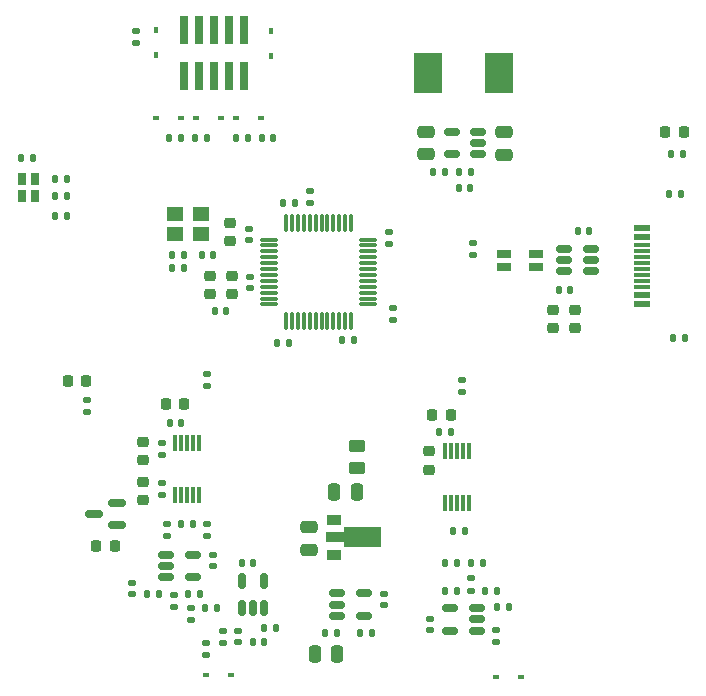
<source format=gbr>
%TF.GenerationSoftware,KiCad,Pcbnew,(6.0.9)*%
%TF.CreationDate,2022-11-20T17:42:03-05:00*%
%TF.ProjectId,Nemesis-MixSigPCB,4e656d65-7369-4732-9d4d-697853696750,rev?*%
%TF.SameCoordinates,Original*%
%TF.FileFunction,Paste,Top*%
%TF.FilePolarity,Positive*%
%FSLAX46Y46*%
G04 Gerber Fmt 4.6, Leading zero omitted, Abs format (unit mm)*
G04 Created by KiCad (PCBNEW (6.0.9)) date 2022-11-20 17:42:03*
%MOMM*%
%LPD*%
G01*
G04 APERTURE LIST*
G04 Aperture macros list*
%AMRoundRect*
0 Rectangle with rounded corners*
0 $1 Rounding radius*
0 $2 $3 $4 $5 $6 $7 $8 $9 X,Y pos of 4 corners*
0 Add a 4 corners polygon primitive as box body*
4,1,4,$2,$3,$4,$5,$6,$7,$8,$9,$2,$3,0*
0 Add four circle primitives for the rounded corners*
1,1,$1+$1,$2,$3*
1,1,$1+$1,$4,$5*
1,1,$1+$1,$6,$7*
1,1,$1+$1,$8,$9*
0 Add four rect primitives between the rounded corners*
20,1,$1+$1,$2,$3,$4,$5,0*
20,1,$1+$1,$4,$5,$6,$7,0*
20,1,$1+$1,$6,$7,$8,$9,0*
20,1,$1+$1,$8,$9,$2,$3,0*%
%AMFreePoly0*
4,1,9,3.862500,-0.866500,0.737500,-0.866500,0.737500,-0.450000,-0.737500,-0.450000,-0.737500,0.450000,0.737500,0.450000,0.737500,0.866500,3.862500,0.866500,3.862500,-0.866500,3.862500,-0.866500,$1*%
G04 Aperture macros list end*
%ADD10RoundRect,0.140000X-0.170000X0.140000X-0.170000X-0.140000X0.170000X-0.140000X0.170000X0.140000X0*%
%ADD11RoundRect,0.135000X0.185000X-0.135000X0.185000X0.135000X-0.185000X0.135000X-0.185000X-0.135000X0*%
%ADD12RoundRect,0.147500X0.147500X0.172500X-0.147500X0.172500X-0.147500X-0.172500X0.147500X-0.172500X0*%
%ADD13RoundRect,0.135000X-0.185000X0.135000X-0.185000X-0.135000X0.185000X-0.135000X0.185000X0.135000X0*%
%ADD14RoundRect,0.135000X0.135000X0.185000X-0.135000X0.185000X-0.135000X-0.185000X0.135000X-0.185000X0*%
%ADD15R,2.350000X3.500000*%
%ADD16RoundRect,0.135000X-0.135000X-0.185000X0.135000X-0.185000X0.135000X0.185000X-0.135000X0.185000X0*%
%ADD17RoundRect,0.150000X-0.512500X-0.150000X0.512500X-0.150000X0.512500X0.150000X-0.512500X0.150000X0*%
%ADD18RoundRect,0.140000X-0.140000X-0.170000X0.140000X-0.170000X0.140000X0.170000X-0.140000X0.170000X0*%
%ADD19R,1.400000X1.200000*%
%ADD20RoundRect,0.225000X-0.250000X0.225000X-0.250000X-0.225000X0.250000X-0.225000X0.250000X0.225000X0*%
%ADD21RoundRect,0.250000X-0.475000X0.250000X-0.475000X-0.250000X0.475000X-0.250000X0.475000X0.250000X0*%
%ADD22RoundRect,0.250000X0.450000X-0.262500X0.450000X0.262500X-0.450000X0.262500X-0.450000X-0.262500X0*%
%ADD23R,0.450000X0.600000*%
%ADD24RoundRect,0.150000X0.512500X0.150000X-0.512500X0.150000X-0.512500X-0.150000X0.512500X-0.150000X0*%
%ADD25RoundRect,0.140000X0.170000X-0.140000X0.170000X0.140000X-0.170000X0.140000X-0.170000X-0.140000X0*%
%ADD26R,0.600000X0.450000*%
%ADD27RoundRect,0.140000X0.140000X0.170000X-0.140000X0.170000X-0.140000X-0.170000X0.140000X-0.170000X0*%
%ADD28R,1.200000X0.700000*%
%ADD29RoundRect,0.250000X0.250000X0.475000X-0.250000X0.475000X-0.250000X-0.475000X0.250000X-0.475000X0*%
%ADD30RoundRect,0.225000X0.250000X-0.225000X0.250000X0.225000X-0.250000X0.225000X-0.250000X-0.225000X0*%
%ADD31RoundRect,0.150000X0.587500X0.150000X-0.587500X0.150000X-0.587500X-0.150000X0.587500X-0.150000X0*%
%ADD32R,1.300000X0.900000*%
%ADD33FreePoly0,0.000000*%
%ADD34RoundRect,0.218750X0.218750X0.256250X-0.218750X0.256250X-0.218750X-0.256250X0.218750X-0.256250X0*%
%ADD35R,0.800000X1.000000*%
%ADD36R,0.740000X2.400000*%
%ADD37RoundRect,0.150000X0.150000X-0.512500X0.150000X0.512500X-0.150000X0.512500X-0.150000X-0.512500X0*%
%ADD38RoundRect,0.250000X0.475000X-0.250000X0.475000X0.250000X-0.475000X0.250000X-0.475000X-0.250000X0*%
%ADD39RoundRect,0.075000X-0.662500X-0.075000X0.662500X-0.075000X0.662500X0.075000X-0.662500X0.075000X0*%
%ADD40RoundRect,0.075000X-0.075000X-0.662500X0.075000X-0.662500X0.075000X0.662500X-0.075000X0.662500X0*%
%ADD41RoundRect,0.225000X0.225000X0.250000X-0.225000X0.250000X-0.225000X-0.250000X0.225000X-0.250000X0*%
%ADD42R,0.300000X1.450000*%
%ADD43R,1.450000X0.600000*%
%ADD44R,1.450000X0.300000*%
G04 APERTURE END LIST*
D10*
%TO.C,C203*%
X71370000Y-83670000D03*
X71370000Y-84630000D03*
%TD*%
D11*
%TO.C,R405*%
X80450000Y-118390000D03*
X80450000Y-117370000D03*
%TD*%
D12*
%TO.C,L200*%
X57622500Y-90330000D03*
X56652500Y-90330000D03*
%TD*%
D13*
%TO.C,R204*%
X78552157Y-84612157D03*
X78552157Y-85632157D03*
%TD*%
D14*
%TO.C,R205*%
X96452157Y-92622157D03*
X95432157Y-92622157D03*
%TD*%
D15*
%TO.C,L101*%
X74675000Y-70150000D03*
X80725000Y-70150000D03*
%TD*%
D16*
%TO.C,R103*%
X95300000Y-77010000D03*
X96320000Y-77010000D03*
%TD*%
D14*
%TO.C,R201*%
X54050000Y-86730000D03*
X53030000Y-86730000D03*
%TD*%
D17*
%TO.C,U102*%
X67012500Y-114250000D03*
X67012500Y-115200000D03*
X67012500Y-116150000D03*
X69287500Y-116150000D03*
X69287500Y-114250000D03*
%TD*%
D18*
%TO.C,C211*%
X40260000Y-77370000D03*
X41220000Y-77370000D03*
%TD*%
D13*
%TO.C,R400*%
X77550000Y-96180000D03*
X77550000Y-97200000D03*
%TD*%
D19*
%TO.C,Y200*%
X55507500Y-82090000D03*
X53307500Y-82090000D03*
X53307500Y-83790000D03*
X55507500Y-83790000D03*
%TD*%
D20*
%TO.C,C402*%
X74750000Y-102225000D03*
X74750000Y-103775000D03*
%TD*%
D18*
%TO.C,C212*%
X60620000Y-75710000D03*
X61580000Y-75710000D03*
%TD*%
D10*
%TO.C,C303*%
X54600000Y-115520000D03*
X54600000Y-116480000D03*
%TD*%
D16*
%TO.C,R105*%
X65990000Y-117620000D03*
X67010000Y-117620000D03*
%TD*%
D14*
%TO.C,R210*%
X53810000Y-75710000D03*
X52790000Y-75710000D03*
%TD*%
D21*
%TO.C,C104*%
X74500000Y-75150000D03*
X74500000Y-77050000D03*
%TD*%
D22*
%TO.C,R100*%
X68650000Y-103612500D03*
X68650000Y-101787500D03*
%TD*%
D11*
%TO.C,R403*%
X78350000Y-114000000D03*
X78350000Y-112980000D03*
%TD*%
D23*
%TO.C,D201*%
X61410000Y-66610000D03*
X61410000Y-68710000D03*
%TD*%
D24*
%TO.C,U101*%
X78975000Y-77050000D03*
X78975000Y-76100000D03*
X78975000Y-75150000D03*
X76700000Y-75150000D03*
X76700000Y-77050000D03*
%TD*%
D25*
%TO.C,C304*%
X49635000Y-114295000D03*
X49635000Y-113335000D03*
%TD*%
D11*
%TO.C,R200*%
X64730000Y-81210000D03*
X64730000Y-80190000D03*
%TD*%
D18*
%TO.C,C403*%
X78370000Y-111700000D03*
X79330000Y-111700000D03*
%TD*%
D26*
%TO.C,D205*%
X58450000Y-74010000D03*
X60550000Y-74010000D03*
%TD*%
D14*
%TO.C,R404*%
X80560000Y-114000000D03*
X79540000Y-114000000D03*
%TD*%
D11*
%TO.C,R308*%
X45810000Y-98910000D03*
X45810000Y-97890000D03*
%TD*%
D10*
%TO.C,C313*%
X52190000Y-101540000D03*
X52190000Y-102500000D03*
%TD*%
D20*
%TO.C,C100*%
X87147157Y-90217157D03*
X87147157Y-91767157D03*
%TD*%
D27*
%TO.C,C202*%
X68397500Y-92830000D03*
X67437500Y-92830000D03*
%TD*%
D28*
%TO.C,L201*%
X83817157Y-86582157D03*
X83817157Y-85482157D03*
X81167157Y-85482157D03*
X81167157Y-86582157D03*
%TD*%
D13*
%TO.C,R304*%
X53190000Y-114360000D03*
X53190000Y-115380000D03*
%TD*%
D25*
%TO.C,C205*%
X59637500Y-88410000D03*
X59637500Y-87450000D03*
%TD*%
D16*
%TO.C,R203*%
X61900000Y-93040000D03*
X62920000Y-93040000D03*
%TD*%
D12*
%TO.C,L100*%
X86732157Y-88592157D03*
X85762157Y-88592157D03*
%TD*%
D26*
%TO.C,D300*%
X55890000Y-121130000D03*
X57990000Y-121130000D03*
%TD*%
D29*
%TO.C,C107*%
X67010000Y-119380000D03*
X65110000Y-119380000D03*
%TD*%
D27*
%TO.C,C106*%
X78280000Y-79900000D03*
X77320000Y-79900000D03*
%TD*%
D25*
%TO.C,C406*%
X74850000Y-117380000D03*
X74850000Y-116420000D03*
%TD*%
D27*
%TO.C,C301*%
X60830000Y-118400000D03*
X59870000Y-118400000D03*
%TD*%
D14*
%TO.C,R207*%
X44130000Y-79120000D03*
X43110000Y-79120000D03*
%TD*%
D25*
%TO.C,C311*%
X52200000Y-105880000D03*
X52200000Y-104920000D03*
%TD*%
D26*
%TO.C,D400*%
X80450000Y-121300000D03*
X82550000Y-121300000D03*
%TD*%
D30*
%TO.C,C207*%
X56237500Y-88905000D03*
X56237500Y-87355000D03*
%TD*%
%TO.C,C310*%
X50600000Y-106375000D03*
X50600000Y-104825000D03*
%TD*%
D20*
%TO.C,C101*%
X85247157Y-90217157D03*
X85247157Y-91767157D03*
%TD*%
D10*
%TO.C,C108*%
X70950000Y-114270000D03*
X70950000Y-115230000D03*
%TD*%
D27*
%TO.C,C405*%
X77130000Y-114000000D03*
X76170000Y-114000000D03*
%TD*%
D14*
%TO.C,R212*%
X56010000Y-75710000D03*
X54990000Y-75710000D03*
%TD*%
D31*
%TO.C,U302*%
X48337500Y-108450000D03*
X48337500Y-106550000D03*
X46462500Y-107500000D03*
%TD*%
D26*
%TO.C,D202*%
X53810000Y-74010000D03*
X51710000Y-74010000D03*
%TD*%
D18*
%TO.C,C307*%
X53820000Y-108400000D03*
X54780000Y-108400000D03*
%TD*%
D32*
%TO.C,U100*%
X66750000Y-108000000D03*
D33*
X66837500Y-109500000D03*
D32*
X66750000Y-111000000D03*
%TD*%
D14*
%TO.C,R402*%
X77150000Y-111700000D03*
X76130000Y-111700000D03*
%TD*%
D25*
%TO.C,C300*%
X58650000Y-118380000D03*
X58650000Y-117420000D03*
%TD*%
D18*
%TO.C,C302*%
X58950000Y-111650000D03*
X59910000Y-111650000D03*
%TD*%
%TO.C,C404*%
X80560000Y-115410000D03*
X81520000Y-115410000D03*
%TD*%
D27*
%TO.C,C401*%
X76630000Y-100600000D03*
X75670000Y-100600000D03*
%TD*%
D11*
%TO.C,R211*%
X50000000Y-67620000D03*
X50000000Y-66600000D03*
%TD*%
D24*
%TO.C,U401*%
X78825000Y-117400000D03*
X78825000Y-116450000D03*
X78825000Y-115500000D03*
X76550000Y-115500000D03*
X76550000Y-117400000D03*
%TD*%
D27*
%TO.C,C314*%
X53780000Y-99800000D03*
X52820000Y-99800000D03*
%TD*%
D14*
%TO.C,R208*%
X44120000Y-82330000D03*
X43100000Y-82330000D03*
%TD*%
D18*
%TO.C,C210*%
X87402157Y-83572157D03*
X88362157Y-83572157D03*
%TD*%
D13*
%TO.C,R306*%
X52600000Y-108390000D03*
X52600000Y-109410000D03*
%TD*%
D16*
%TO.C,R302*%
X60840000Y-117180000D03*
X61860000Y-117180000D03*
%TD*%
D14*
%TO.C,R209*%
X44150000Y-80620000D03*
X43130000Y-80620000D03*
%TD*%
D27*
%TO.C,C208*%
X56507500Y-85570000D03*
X55547500Y-85570000D03*
%TD*%
D14*
%TO.C,R206*%
X96122157Y-80452157D03*
X95102157Y-80452157D03*
%TD*%
D11*
%TO.C,R202*%
X71760000Y-91070000D03*
X71760000Y-90050000D03*
%TD*%
D29*
%TO.C,C102*%
X68650000Y-105700000D03*
X66750000Y-105700000D03*
%TD*%
D34*
%TO.C,D100*%
X96377500Y-75150000D03*
X94802500Y-75150000D03*
%TD*%
D13*
%TO.C,R309*%
X56020000Y-95670000D03*
X56020000Y-96690000D03*
%TD*%
D18*
%TO.C,C305*%
X54420000Y-114300000D03*
X55380000Y-114300000D03*
%TD*%
%TO.C,C209*%
X53067500Y-85560000D03*
X54027500Y-85560000D03*
%TD*%
D14*
%TO.C,R213*%
X59500000Y-75710000D03*
X58480000Y-75710000D03*
%TD*%
D20*
%TO.C,C312*%
X50600000Y-101425000D03*
X50600000Y-102975000D03*
%TD*%
D35*
%TO.C,D200*%
X40290000Y-80620000D03*
X40290000Y-79120000D03*
X41390000Y-79120000D03*
X41390000Y-80620000D03*
%TD*%
D36*
%TO.C,J201*%
X59140000Y-66560000D03*
X59140000Y-70460000D03*
X57870000Y-66560000D03*
X57870000Y-70460000D03*
X56600000Y-66560000D03*
X56600000Y-70460000D03*
X55330000Y-66560000D03*
X55330000Y-70460000D03*
X54060000Y-66560000D03*
X54060000Y-70460000D03*
%TD*%
D25*
%TO.C,C201*%
X59587500Y-84310000D03*
X59587500Y-83350000D03*
%TD*%
D10*
%TO.C,C306*%
X56500000Y-110960000D03*
X56500000Y-111920000D03*
%TD*%
D13*
%TO.C,R300*%
X55890000Y-118410000D03*
X55890000Y-119430000D03*
%TD*%
D37*
%TO.C,U300*%
X58950000Y-115437500D03*
X59900000Y-115437500D03*
X60850000Y-115437500D03*
X60850000Y-113162500D03*
X58950000Y-113162500D03*
%TD*%
D38*
%TO.C,C103*%
X64600000Y-110550000D03*
X64600000Y-108650000D03*
%TD*%
D16*
%TO.C,R104*%
X68940000Y-117630000D03*
X69960000Y-117630000D03*
%TD*%
D18*
%TO.C,C204*%
X62457500Y-81230000D03*
X63417500Y-81230000D03*
%TD*%
D39*
%TO.C,U200*%
X61275000Y-84280000D03*
X61275000Y-84780000D03*
X61275000Y-85280000D03*
X61275000Y-85780000D03*
X61275000Y-86280000D03*
X61275000Y-86780000D03*
X61275000Y-87280000D03*
X61275000Y-87780000D03*
X61275000Y-88280000D03*
X61275000Y-88780000D03*
X61275000Y-89280000D03*
X61275000Y-89780000D03*
D40*
X62687500Y-91192500D03*
X63187500Y-91192500D03*
X63687500Y-91192500D03*
X64187500Y-91192500D03*
X64687500Y-91192500D03*
X65187500Y-91192500D03*
X65687500Y-91192500D03*
X66187500Y-91192500D03*
X66687500Y-91192500D03*
X67187500Y-91192500D03*
X67687500Y-91192500D03*
X68187500Y-91192500D03*
D39*
X69600000Y-89780000D03*
X69600000Y-89280000D03*
X69600000Y-88780000D03*
X69600000Y-88280000D03*
X69600000Y-87780000D03*
X69600000Y-87280000D03*
X69600000Y-86780000D03*
X69600000Y-86280000D03*
X69600000Y-85780000D03*
X69600000Y-85280000D03*
X69600000Y-84780000D03*
X69600000Y-84280000D03*
D40*
X68187500Y-82867500D03*
X67687500Y-82867500D03*
X67187500Y-82867500D03*
X66687500Y-82867500D03*
X66187500Y-82867500D03*
X65687500Y-82867500D03*
X65187500Y-82867500D03*
X64687500Y-82867500D03*
X64187500Y-82867500D03*
X63687500Y-82867500D03*
X63187500Y-82867500D03*
X62687500Y-82867500D03*
%TD*%
D16*
%TO.C,R303*%
X55790000Y-115500000D03*
X56810000Y-115500000D03*
%TD*%
D41*
%TO.C,C315*%
X54075000Y-98200000D03*
X52525000Y-98200000D03*
%TD*%
%TO.C,C309*%
X48175000Y-110200000D03*
X46625000Y-110200000D03*
%TD*%
%TO.C,C400*%
X76625000Y-99100000D03*
X75075000Y-99100000D03*
%TD*%
D42*
%TO.C,U303*%
X53300000Y-105900000D03*
X53800000Y-105900000D03*
X54300000Y-105900000D03*
X54800000Y-105900000D03*
X55300000Y-105900000D03*
X55300000Y-101500000D03*
X54800000Y-101500000D03*
X54300000Y-101500000D03*
X53800000Y-101500000D03*
X53300000Y-101500000D03*
%TD*%
D16*
%TO.C,R102*%
X75090000Y-78550000D03*
X76110000Y-78550000D03*
%TD*%
D13*
%TO.C,R307*%
X56000000Y-108390000D03*
X56000000Y-109410000D03*
%TD*%
D42*
%TO.C,U400*%
X76150000Y-106600000D03*
X76650000Y-106600000D03*
X77150000Y-106600000D03*
X77650000Y-106600000D03*
X78150000Y-106600000D03*
X78150000Y-102200000D03*
X77650000Y-102200000D03*
X77150000Y-102200000D03*
X76650000Y-102200000D03*
X76150000Y-102200000D03*
%TD*%
D16*
%TO.C,R401*%
X76820000Y-108920000D03*
X77840000Y-108920000D03*
%TD*%
D17*
%TO.C,U301*%
X52562500Y-110950000D03*
X52562500Y-111900000D03*
X52562500Y-112850000D03*
X54837500Y-112850000D03*
X54837500Y-110950000D03*
%TD*%
D23*
%TO.C,D203*%
X51700000Y-66560000D03*
X51700000Y-68660000D03*
%TD*%
D43*
%TO.C,J200*%
X92827157Y-89782157D03*
X92827157Y-88982157D03*
D44*
X92827157Y-87782157D03*
X92827157Y-86782157D03*
X92827157Y-86282157D03*
X92827157Y-85282157D03*
D43*
X92827157Y-84082157D03*
X92827157Y-83282157D03*
X92827157Y-83282157D03*
X92827157Y-84082157D03*
D44*
X92827157Y-84782157D03*
X92827157Y-85782157D03*
X92827157Y-87282157D03*
X92827157Y-88282157D03*
D43*
X92827157Y-88982157D03*
X92827157Y-89782157D03*
%TD*%
D26*
%TO.C,D204*%
X55050000Y-74010000D03*
X57150000Y-74010000D03*
%TD*%
D41*
%TO.C,C308*%
X45785000Y-96300000D03*
X44235000Y-96300000D03*
%TD*%
D30*
%TO.C,C206*%
X58137500Y-88905000D03*
X58137500Y-87355000D03*
%TD*%
D13*
%TO.C,R301*%
X57350000Y-117390000D03*
X57350000Y-118410000D03*
%TD*%
D16*
%TO.C,R101*%
X77290000Y-78600000D03*
X78310000Y-78600000D03*
%TD*%
D30*
%TO.C,C200*%
X57937500Y-84405000D03*
X57937500Y-82855000D03*
%TD*%
D16*
%TO.C,R305*%
X50890000Y-114300000D03*
X51910000Y-114300000D03*
%TD*%
D21*
%TO.C,C105*%
X81100000Y-75200000D03*
X81100000Y-77100000D03*
%TD*%
D24*
%TO.C,U201*%
X88529657Y-86982157D03*
X88529657Y-86032157D03*
X88529657Y-85082157D03*
X86254657Y-85082157D03*
X86254657Y-86032157D03*
X86254657Y-86982157D03*
%TD*%
M02*

</source>
